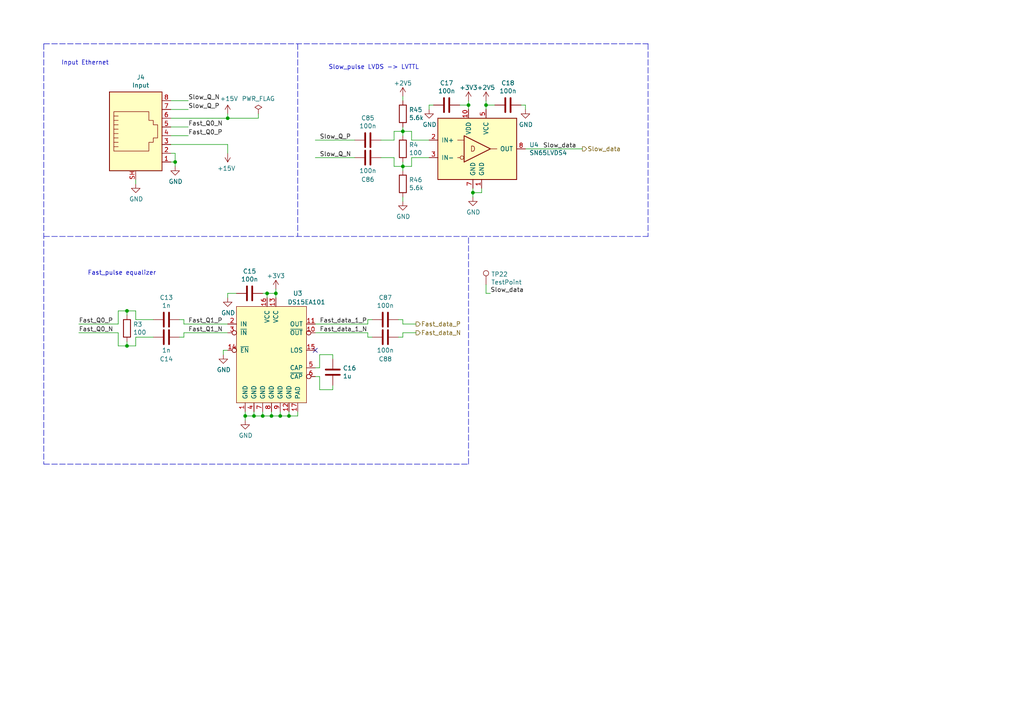
<source format=kicad_sch>
(kicad_sch (version 20250114) (generator "eeschema") (generator_version "9.0")
  (paper "A4")
  (title_block (title "TDS Receiver - Twisted Pair Interface") (date "2025-02-17") (company "(c) 2025 ETH Zurich, Y. Acremann") (comment 1 "License: GNU public license v. 3.0"))
  (lib_symbols
    (symbol "Connector:RJ45_Shielded" (pin_names (offset 1.016))
      (property "Reference" "J" (at -5.08 13.97 0))
      (property "Value" "Connector_RJ45_Shielded" (at 2.54 13.97 0))
      (symbol "RJ45_Shielded_0_1"
        (polyline (pts (xy -6.35 1.905) (xy -5.08 1.905) (xy -5.08 1.905)))
        (polyline (pts (xy -6.35 0.635) (xy -5.08 0.635) (xy -5.08 0.635)))
        (polyline (pts (xy -6.35 -0.635) (xy -5.08 -0.635) (xy -5.08 -0.635)))
        (polyline (pts (xy -6.35 -1.905) (xy -5.08 -1.905) (xy -5.08 -1.905)))
        (polyline (pts (xy -6.35 -3.175) (xy -5.08 -3.175) (xy -5.08 -3.175)))
        (polyline (pts (xy -6.35 -4.445) (xy -6.35 6.985) (xy 3.81 6.985) (xy 3.81 4.445) (xy 5.08 4.445) (xy 5.08 3.175) (xy 6.35 3.175) (xy 6.35 -0.635) (xy 5.08 -0.635) (xy 5.08 -1.905) (xy 3.81 -1.905) (xy 3.81 -4.445) (xy -6.35 -4.445) (xy -6.35 -4.445)))
        (polyline (pts (xy -5.08 5.715) (xy -6.35 5.715)))
        (polyline (pts (xy -5.08 4.445) (xy -6.35 4.445)))
        (polyline (pts (xy -5.08 3.175) (xy -6.35 3.175) (xy -6.35 3.175)))
        (rectangle (start 7.62 12.7) (end -7.62 -10.16) (stroke (width 0.254)) (fill (type background)))
      )
      (symbol "RJ45_Shielded_1_1"
        (pin passive line (at 0 -12.7 90) (length 2.54) (name "~") (number "SH"))
        (pin passive line (at 10.16 10.16 180) (length 2.54) (name "~") (number "8"))
        (pin passive line (at 10.16 7.62 180) (length 2.54) (name "~") (number "7"))
        (pin passive line (at 10.16 5.08 180) (length 2.54) (name "~") (number "6"))
        (pin passive line (at 10.16 2.54 180) (length 2.54) (name "~") (number "5"))
        (pin passive line (at 10.16 0 180) (length 2.54) (name "~") (number "4"))
        (pin passive line (at 10.16 -2.54 180) (length 2.54) (name "~") (number "3"))
        (pin passive line (at 10.16 -5.08 180) (length 2.54) (name "~") (number "2"))
        (pin passive line (at 10.16 -7.62 180) (length 2.54) (name "~") (number "1"))
      )
    )
    (symbol "Connector:TestPoint" (pin_numbers (hide yes)) (pin_names (offset 0.762) (hide yes))
      (property "Reference" "TP" (at 0 6.858 0))
      (property "Value" "Connector_TestPoint" (at 0 5.08 0))
      (symbol "TestPoint_0_1"
        (circle (center 0 3.302) (radius 0.762))
      )
      (symbol "TestPoint_1_1"
        (pin passive line (at 0 0 90) (length 2.54) (name "1") (number "1"))
      )
    )
    (symbol "DS15xx101:DS15EA101" (pin_names (offset 1.016))
      (property "Reference" "U" (at 8.89 17.78 0))
      (property "Value" "DS15EA101" (at 11.43 15.24 0))
      (symbol "DS15EA101_0_1"
        (rectangle (start -10.16 13.97) (end 10.16 -13.97) (fill (type background)))
      )
      (symbol "DS15EA101_1_1"
        (pin input line (at -12.7 8.89 0) (length 2.54) (name "IN") (number "2"))
        (pin input inverted (at -12.7 6.35 0) (length 2.54) (name "~{IN}") (number "3"))
        (pin input inverted (at -12.7 1.27 0) (length 2.54) (name "~{EN}") (number "14"))
        (pin power_in line (at -7.62 -16.51 90) (length 2.54) (name "GND") (number "1"))
        (pin power_in line (at -5.08 -16.51 90) (length 2.54) (name "GND") (number "4"))
        (pin power_in line (at -2.54 -16.51 90) (length 2.54) (name "GND") (number "7"))
        (pin power_in line (at -1.27 16.51 270) (length 2.54) (name "VCC") (number "16"))
        (pin power_in line (at 0 -16.51 90) (length 2.54) (name "GND") (number "8"))
        (pin power_in line (at 1.27 16.51 270) (length 2.54) (name "VCC") (number "13"))
        (pin power_in line (at 2.54 -16.51 90) (length 2.54) (name "GND") (number "9"))
        (pin power_in line (at 5.08 -16.51 90) (length 2.54) (name "GND") (number "12"))
        (pin power_in line (at 7.62 -16.51 90) (length 2.54) (name "PAD") (number "17"))
        (pin input line (at 12.7 8.89 180) (length 2.54) (name "OUT") (number "11"))
        (pin input inverted (at 12.7 6.35 180) (length 2.54) (name "~{OUT}") (number "10"))
        (pin output line (at 12.7 1.27 180) (length 2.54) (name "LOS") (number "15"))
        (pin passive line (at 12.7 -3.81 180) (length 2.54) (name "CAP") (number "5"))
        (pin passive inverted (at 12.7 -6.35 180) (length 2.54) (name "~{CAP}") (number "6"))
      )
    )
    (symbol "Device:C" (pin_numbers (hide yes)) (pin_names (offset 0.254))
      (property "Reference" "C" (at 0.635 2.54 0))
      (property "Value" "Device_C" (at 0.635 -2.54 0))
      (symbol "C_0_1"
        (polyline (pts (xy -2.032 0.762) (xy 2.032 0.762)) (stroke (width 0.508)))
        (polyline (pts (xy -2.032 -0.762) (xy 2.032 -0.762)) (stroke (width 0.508)))
      )
      (symbol "C_1_1"
        (pin passive line (at 0 3.81 270) (length 2.794) (name "~") (number "1"))
        (pin passive line (at 0 -3.81 90) (length 2.794) (name "~") (number "2"))
      )
    )
    (symbol "Device:R" (pin_numbers (hide yes)) (pin_names (offset 0))
      (property "Reference" "R" (at 2.032 0 90))
      (property "Value" "Device_R" (at 0 0 90))
      (symbol "R_0_1"
        (rectangle (start -1.016 -2.54) (end 1.016 2.54) (stroke (width 0.254)))
      )
      (symbol "R_1_1"
        (pin passive line (at 0 3.81 270) (length 1.27) (name "~") (number "1"))
        (pin passive line (at 0 -3.81 90) (length 1.27) (name "~") (number "2"))
      )
    )
    (symbol "SN65LVDS4:SN65LVDS4" (pin_names (offset 1.016))
      (property "Reference" "U" (at 15.24 12.7 0))
      (property "Value" "SN65LVDS4" (at 11.43 10.16 0))
      (symbol "SN65LVDS4_0_1"
        (polyline (pts (xy -5.715 -2.54) (xy -5.08 -2.54)))
        (circle (center -4.445 -2.54) (radius 0.508))
      )
      (symbol "SN65LVDS4_1_1"
        (rectangle (start -11.43 8.89) (end 11.43 -8.89) (stroke (width 0.254)) (fill (type background)))
        (polyline (pts (xy -3.81 2.54) (xy -5.715 2.54)))
        (polyline (pts (xy -3.81 -3.81) (xy -3.81 3.81) (xy 3.81 0) (xy -3.81 -3.81)) (stroke (width 0.254)))
        (polyline (pts (xy 3.81 0) (xy 5.715 0)))
        (text "D" (at -1.27 0 0) (effects (font (size 1.524 1.524))))
        (pin input line (at -13.97 2.54 0) (length 2.54) (name "IN+") (number "2"))
        (pin input line (at -13.97 -2.54 0) (length 2.54) (name "IN-") (number "3"))
        (pin power_in line (at -2.54 11.43 270) (length 2.54) (name "VDD") (number "10"))
        (pin power_in line (at -1.27 -11.43 90) (length 2.54) (name "GND") (number "7"))
        (pin power_in line (at 1.27 -11.43 90) (length 2.54) (name "GND") (number "1"))
        (pin power_in line (at 2.54 11.43 270) (length 2.54) (name "VCC") (number "5"))
        (pin no_connect line (at 5.08 -8.89 90) (length 2.54) (hide yes) (name "NC") (number "4"))
        (pin no_connect line (at 7.62 -8.89 90) (length 2.54) (hide yes) (name "NC") (number "6"))
        (pin no_connect line (at 10.16 -8.89 90) (length 2.54) (hide yes) (name "NC") (number "9"))
        (pin output line (at 13.97 0 180) (length 2.54) (name "OUT") (number "8"))
      )
    )
    (symbol "power:+15V" (power) (pin_names (offset 0))
      (property "Value" "power_+15V" (at 0 3.556 0))
      (symbol "+15V_0_1"
        (polyline (pts (xy -0.762 1.27) (xy 0 2.54)))
        (polyline (pts (xy 0 2.54) (xy 0.762 1.27)))
        (polyline (pts (xy 0 0) (xy 0 2.54)))
      )
      (symbol "+15V_1_1"
        (pin power_in line (at 0 0 90) (length 0) (hide yes) (name "+15V") (number "1"))
      )
    )
    (symbol "power:+2V5" (power) (pin_names (offset 0))
      (property "Value" "power_+2V5" (at 0 3.556 0))
      (symbol "+2V5_0_1"
        (polyline (pts (xy -0.762 1.27) (xy 0 2.54)))
        (polyline (pts (xy 0 2.54) (xy 0.762 1.27)))
        (polyline (pts (xy 0 0) (xy 0 2.54)))
      )
      (symbol "+2V5_1_1"
        (pin power_in line (at 0 0 90) (length 0) (hide yes) (name "+2V5") (number "1"))
      )
    )
    (symbol "power:+3.3V" (power) (pin_names (offset 0))
      (property "Value" "power_+3.3V" (at 0 3.556 0))
      (symbol "+3.3V_0_1"
        (polyline (pts (xy -0.762 1.27) (xy 0 2.54)))
        (polyline (pts (xy 0 2.54) (xy 0.762 1.27)))
        (polyline (pts (xy 0 0) (xy 0 2.54)))
      )
      (symbol "+3.3V_1_1"
        (pin power_in line (at 0 0 90) (length 0) (hide yes) (name "+3V3") (number "1"))
      )
    )
    (symbol "power:GND" (power) (pin_names (offset 0))
      (property "Value" "power_GND" (at 0 -3.81 0))
      (symbol "GND_0_1"
        (polyline (pts (xy 0 0) (xy 0 -1.27) (xy 1.27 -1.27) (xy 0 -2.54) (xy -1.27 -1.27) (xy 0 -1.27)))
      )
      (symbol "GND_1_1"
        (pin power_in line (at 0 0 270) (length 0) (hide yes) (name "GND") (number "1"))
      )
    )
    (symbol "power:PWR_FLAG" (power) (pin_numbers (hide yes)) (pin_names (offset 0) (hide yes))
      (property "Value" "power_PWR_FLAG" (at 0 3.81 0))
      (symbol "PWR_FLAG_0_0"
        (pin power_out line (at 0 0 90) (length 0) (name "pwr") (number "1"))
      )
      (symbol "PWR_FLAG_0_1"
        (polyline (pts (xy 0 0) (xy 0 1.27) (xy -1.016 1.905) (xy 0 2.54) (xy 1.016 1.905) (xy 0 1.27)))
      )
    )
  )
  (text "Input Ethernet\n" (at 17.78 19.05 0) (effects (font (size 1.27 1.27)) (justify left bottom)))
  (text "Fast_pulse equalizer\n" (at 25.4 80.01 0) (effects (font (size 1.27 1.27)) (justify left bottom)))
  (text "Slow_pulse LVDS -> LVTTL" (at 95.25 20.32 0) (effects (font (size 1.27 1.27)) (justify left bottom)))
  (junction (at 77.47 85.09))
  (junction (at 76.2 120.65))
  (junction (at 80.01 85.09))
  (junction (at 140.97 30.48))
  (junction (at 135.89 30.48))
  (junction (at 78.74 120.65))
  (junction (at 36.83 100.33))
  (junction (at 66.04 34.29))
  (junction (at 36.83 90.17))
  (junction (at 83.82 120.65))
  (junction (at 50.8 46.99))
  (junction (at 116.84 48.26))
  (junction (at 137.16 55.88))
  (junction (at 71.12 120.65))
  (junction (at 73.66 120.65))
  (junction (at 81.28 120.65))
  (junction (at 116.84 38.1))
  (no_connect (at 91.44 101.6))
  (wire (pts (xy 116.84 97.79) (xy 116.84 96.52)))
  (wire (pts (xy 119.38 38.1) (xy 119.38 40.64)))
  (polyline (pts (xy 12.7 68.58) (xy 187.96 68.58)) (stroke (width 0) (type dash)))
  (wire (pts (xy 140.97 29.21) (xy 140.97 30.48)))
  (wire (pts (xy 110.49 40.64) (xy 114.3 40.64)))
  (wire (pts (xy 91.44 96.52) (xy 106.68 96.52)))
  (wire (pts (xy 152.4 43.18) (xy 168.91 43.18)))
  (wire (pts (xy 119.38 38.1) (xy 116.84 38.1)))
  (wire (pts (xy 52.07 92.71) (xy 53.34 92.71)))
  (polyline (pts (xy 187.96 12.7) (xy 187.96 68.58)) (stroke (width 0) (type dash)))
  (wire (pts (xy 53.34 96.52) (xy 66.04 96.52)))
  (wire (pts (xy 36.83 90.17) (xy 36.83 91.44)))
  (wire (pts (xy 91.44 93.98) (xy 106.68 93.98)))
  (wire (pts (xy 34.29 93.98) (xy 34.29 90.17)))
  (wire (pts (xy 53.34 92.71) (xy 53.34 93.98)))
  (wire (pts (xy 119.38 48.26) (xy 116.84 48.26)))
  (wire (pts (xy 140.97 82.55) (xy 140.97 85.09)))
  (wire (pts (xy 116.84 48.26) (xy 114.3 48.26)))
  (wire (pts (xy 114.3 48.26) (xy 114.3 45.72)))
  (polyline (pts (xy 86.36 12.7) (xy 86.36 68.58)) (stroke (width 0) (type dash)))
  (wire (pts (xy 74.93 33.02) (xy 74.93 34.29)))
  (wire (pts (xy 139.7 55.88) (xy 137.16 55.88)))
  (wire (pts (xy 80.01 83.82) (xy 80.01 85.09)))
  (wire (pts (xy 135.89 29.21) (xy 135.89 30.48)))
  (wire (pts (xy 91.44 45.72) (xy 102.87 45.72)))
  (wire (pts (xy 49.53 41.91) (xy 66.04 41.91)))
  (wire (pts (xy 39.37 90.17) (xy 39.37 92.71)))
  (wire (pts (xy 36.83 100.33) (xy 36.83 99.06)))
  (wire (pts (xy 140.97 30.48) (xy 143.51 30.48)))
  (wire (pts (xy 106.68 96.52) (xy 106.68 97.79)))
  (wire (pts (xy 140.97 30.48) (xy 140.97 31.75)))
  (wire (pts (xy 50.8 44.45) (xy 50.8 46.99)))
  (wire (pts (xy 96.52 111.76) (xy 96.52 113.03)))
  (wire (pts (xy 116.84 36.83) (xy 116.84 38.1)))
  (wire (pts (xy 77.47 85.09) (xy 80.01 85.09)))
  (wire (pts (xy 64.77 101.6) (xy 64.77 102.87)))
  (wire (pts (xy 116.84 96.52) (xy 120.65 96.52)))
  (wire (pts (xy 78.74 119.38) (xy 78.74 120.65)))
  (wire (pts (xy 81.28 120.65) (xy 81.28 119.38)))
  (wire (pts (xy 151.13 30.48) (xy 152.4 30.48)))
  (wire (pts (xy 49.53 36.83) (xy 54.61 36.83)))
  (wire (pts (xy 80.01 85.09) (xy 80.01 86.36)))
  (wire (pts (xy 116.84 27.94) (xy 116.84 29.21)))
  (wire (pts (xy 106.68 92.71) (xy 106.68 93.98)))
  (wire (pts (xy 91.44 109.22) (xy 92.71 109.22)))
  (wire (pts (xy 137.16 55.88) (xy 137.16 54.61)))
  (polyline (pts (xy 12.7 134.62) (xy 135.89 134.62)) (stroke (width 0) (type dash)))
  (wire (pts (xy 71.12 119.38) (xy 71.12 120.65)))
  (wire (pts (xy 116.84 38.1) (xy 114.3 38.1)))
  (wire (pts (xy 39.37 97.79) (xy 39.37 100.33)))
  (wire (pts (xy 115.57 97.79) (xy 116.84 97.79)))
  (wire (pts (xy 76.2 85.09) (xy 77.47 85.09)))
  (wire (pts (xy 49.53 39.37) (xy 54.61 39.37)))
  (wire (pts (xy 116.84 49.53) (xy 116.84 48.26)))
  (wire (pts (xy 133.35 30.48) (xy 135.89 30.48)))
  (wire (pts (xy 66.04 85.09) (xy 66.04 86.36)))
  (wire (pts (xy 96.52 102.87) (xy 96.52 104.14)))
  (wire (pts (xy 39.37 53.34) (xy 39.37 52.07)))
  (wire (pts (xy 66.04 41.91) (xy 66.04 44.45)))
  (wire (pts (xy 140.97 85.09) (xy 142.24 85.09)))
  (wire (pts (xy 71.12 120.65) (xy 73.66 120.65)))
  (wire (pts (xy 86.36 120.65) (xy 86.36 119.38)))
  (wire (pts (xy 92.71 106.68) (xy 91.44 106.68)))
  (wire (pts (xy 76.2 120.65) (xy 76.2 119.38)))
  (wire (pts (xy 139.7 54.61) (xy 139.7 55.88)))
  (wire (pts (xy 49.53 29.21) (xy 54.61 29.21)))
  (wire (pts (xy 137.16 57.15) (xy 137.16 55.88)))
  (wire (pts (xy 66.04 33.02) (xy 66.04 34.29)))
  (wire (pts (xy 116.84 58.42) (xy 116.84 57.15)))
  (wire (pts (xy 92.71 109.22) (xy 92.71 113.03)))
  (wire (pts (xy 78.74 120.65) (xy 81.28 120.65)))
  (wire (pts (xy 36.83 90.17) (xy 39.37 90.17)))
  (wire (pts (xy 116.84 92.71) (xy 116.84 93.98)))
  (wire (pts (xy 83.82 119.38) (xy 83.82 120.65)))
  (wire (pts (xy 66.04 101.6) (xy 64.77 101.6)))
  (wire (pts (xy 66.04 34.29) (xy 49.53 34.29)))
  (wire (pts (xy 53.34 97.79) (xy 53.34 96.52)))
  (wire (pts (xy 71.12 120.65) (xy 71.12 121.92)))
  (wire (pts (xy 36.83 100.33) (xy 34.29 100.33)))
  (polyline (pts (xy 12.7 12.7) (xy 12.7 134.62)) (stroke (width 0) (type dash)))
  (wire (pts (xy 39.37 100.33) (xy 36.83 100.33)))
  (wire (pts (xy 34.29 90.17) (xy 36.83 90.17)))
  (wire (pts (xy 110.49 45.72) (xy 114.3 45.72)))
  (wire (pts (xy 53.34 93.98) (xy 66.04 93.98)))
  (wire (pts (xy 114.3 38.1) (xy 114.3 40.64)))
  (wire (pts (xy 119.38 40.64) (xy 124.46 40.64)))
  (wire (pts (xy 34.29 96.52) (xy 22.86 96.52)))
  (wire (pts (xy 92.71 102.87) (xy 96.52 102.87)))
  (wire (pts (xy 116.84 48.26) (xy 116.84 46.99)))
  (wire (pts (xy 106.68 97.79) (xy 107.95 97.79)))
  (wire (pts (xy 91.44 40.64) (xy 102.87 40.64)))
  (wire (pts (xy 76.2 120.65) (xy 78.74 120.65)))
  (wire (pts (xy 73.66 119.38) (xy 73.66 120.65)))
  (wire (pts (xy 44.45 97.79) (xy 39.37 97.79)))
  (wire (pts (xy 125.73 30.48) (xy 124.46 30.48)))
  (wire (pts (xy 49.53 44.45) (xy 50.8 44.45)))
  (wire (pts (xy 74.93 34.29) (xy 66.04 34.29)))
  (wire (pts (xy 52.07 97.79) (xy 53.34 97.79)))
  (wire (pts (xy 34.29 100.33) (xy 34.29 96.52)))
  (wire (pts (xy 49.53 31.75) (xy 54.61 31.75)))
  (wire (pts (xy 116.84 38.1) (xy 116.84 39.37)))
  (wire (pts (xy 83.82 120.65) (xy 86.36 120.65)))
  (wire (pts (xy 92.71 102.87) (xy 92.71 106.68)))
  (wire (pts (xy 152.4 30.48) (xy 152.4 31.75)))
  (wire (pts (xy 124.46 30.48) (xy 124.46 31.75)))
  (wire (pts (xy 81.28 120.65) (xy 83.82 120.65)))
  (wire (pts (xy 39.37 92.71) (xy 44.45 92.71)))
  (polyline (pts (xy 12.7 12.7) (xy 187.96 12.7)) (stroke (width 0) (type dash)))
  (wire (pts (xy 115.57 92.71) (xy 116.84 92.71)))
  (wire (pts (xy 135.89 30.48) (xy 135.89 31.75)))
  (polyline (pts (xy 135.89 134.62) (xy 135.89 68.58)) (stroke (width 0) (type dash)))
  (wire (pts (xy 77.47 85.09) (xy 77.47 86.36)))
  (wire (pts (xy 107.95 92.71) (xy 106.68 92.71)))
  (wire (pts (xy 68.58 85.09) (xy 66.04 85.09)))
  (wire (pts (xy 119.38 45.72) (xy 119.38 48.26)))
  (wire (pts (xy 124.46 45.72) (xy 119.38 45.72)))
  (wire (pts (xy 50.8 46.99) (xy 49.53 46.99)))
  (wire (pts (xy 116.84 93.98) (xy 120.65 93.98)))
  (wire (pts (xy 92.71 113.03) (xy 96.52 113.03)))
  (wire (pts (xy 73.66 120.65) (xy 76.2 120.65)))
  (wire (pts (xy 50.8 46.99) (xy 50.8 48.26)))
  (wire (pts (xy 22.86 93.98) (xy 34.29 93.98)))
  (label "Fast_Q0_N" (at 22.86 96.52 0))
  (label "Fast_data_1_N" (at 92.71 96.52 0))
  (label "Slow_Q_N" (at 54.61 29.21 0))
  (label "Fast_Q1_P" (at 54.61 93.98 0))
  (label "Fast_Q0_P" (at 22.86 93.98 0))
  (label "Slow_Q_N" (at 92.71 45.72 0))
  (label "Fast_data_1_P" (at 92.71 93.98 0))
  (label "Slow_data" (at 157.48 43.18 0))
  (label "Fast_Q0_P" (at 54.61 39.37 0))
  (label "Slow_Q_P" (at 54.61 31.75 0))
  (label "Slow_Q_P" (at 92.71 40.64 0))
  (label "Fast_Q1_N" (at 54.61 96.52 0))
  (label "Fast_Q0_N" (at 54.61 36.83 0))
  (label "Slow_data" (at 142.24 85.09 0))
  (hierarchical_label "Slow_data" (shape output) (at 168.91 43.18 0))
  (hierarchical_label "Fast_data_N" (shape output) (at 120.65 96.52 0))
  (hierarchical_label "Fast_data_P" (shape output) (at 120.65 93.98 0))
  (symbol (lib_id "Connector:RJ45_Shielded") (at 39.37 39.37 0) (unit 1)
    (property "Reference" "J4" (at 40.8178 22.4282 0))
    (property "Value" "Input" (at 40.8178 24.7396 0))
    (property "Footprint" "Connector_RJ:RJ45_Amphenol_RJHSE5380" (effects (hide yes)))
  )
  (symbol (lib_id "power:GND") (at 39.37 53.34 0) (unit 1)
    (property "Reference" "#PWR0120" (effects (hide yes)))
    (property "Value" "GND" (at 39.497 57.7342 0))
  )
  (symbol (lib_id "power:PWR_FLAG") (at 74.93 33.02 0) (unit 1)
    (property "Reference" "#FLG0104" (effects (hide yes)))
    (property "Value" "PWR_FLAG" (at 74.93 28.6258 0))
  )
  (symbol (lib_id "power:GND") (at 64.77 102.87 0) (unit 1)
    (property "Reference" "#PWR0134" (effects (hide yes)))
    (property "Value" "GND" (at 64.897 107.2642 0))
  )
  (symbol (lib_id "Device:C") (at 106.68 40.64 270) (unit 1)
    (property "Reference" "C85" (at 106.68 34.2392 90))
    (property "Value" "100n" (at 106.68 36.5506 90))
    (property "Footprint" "Capacitor_SMD:C_0402_1005Metric" (effects (hide yes)))
  )
  (symbol (lib_id "Device:C") (at 106.68 45.72 270) (unit 1)
    (property "Reference" "C86" (at 106.68 52.07 90))
    (property "Value" "100n" (at 106.68 49.53 90))
    (property "Footprint" "Capacitor_SMD:C_0402_1005Metric" (effects (hide yes)))
  )
  (symbol (lib_id "SN65LVDS4:SN65LVDS4") (at 138.43 43.18 0) (unit 1)
    (property "Reference" "U4" (at 153.5176 42.0116 0) (effects (justify left)))
    (property "Value" "SN65LVDS4" (at 153.5176 44.323 0) (effects (justify left)))
    (property "Footprint" "Package_DFN_QFN:Texas_R-PUQFN-N10" (effects (hide yes)))
    (property "Datasheet" "https://www.ti.com/lit/ds/symlink/sn65lvds4.pdf" (effects (hide yes)))
    (property "Lieferant" "Mouser" (effects (hide yes)))
    (property "Bestellnummer" "595-SN65LVDS4RSE" (effects (hide yes)))
  )
  (symbol (lib_id "DS15xx101:DS15EA101") (at 78.74 102.87 0) (unit 1)
    (property "Reference" "U3" (at 86.36 85.09 0))
    (property "Value" "DS15EA101" (at 88.9 87.63 0))
    (property "Footprint" "Package_DFN_QFN:WQFN-16-1EP_4x4mm_P0.5mm_EP2.6x2.6mm" (effects (hide yes)))
    (property "Datasheet" "https://www.ti.com/lit/ds/symlink/ds15ea101.pdf" (effects (hide yes)))
    (property "Lieferant" "Mouser" (effects (hide yes)))
    (property "Bestellnummer" "926-DS15EA101SQ/NOPB" (effects (hide yes)))
  )
  (symbol (lib_id "power:GND") (at 50.8 48.26 0) (unit 1)
    (property "Reference" "#PWR0121" (effects (hide yes)))
    (property "Value" "GND" (at 50.927 52.6542 0))
  )
  (symbol (lib_id "Device:C") (at 48.26 92.71 270) (unit 1)
    (property "Reference" "C13" (at 48.26 86.3092 90))
    (property "Value" "1n" (at 48.26 88.6206 90))
    (property "Footprint" "Capacitor_SMD:C_0402_1005Metric" (effects (hide yes)))
  )
  (symbol (lib_id "power:+15V") (at 66.04 44.45 180) (unit 1)
    (property "Reference" "#PWR0122" (effects (hide yes)))
    (property "Value" "+15V" (at 65.659 48.8442 0))
  )
  (symbol (lib_id "Device:R") (at 36.83 95.25 0) (unit 1)
    (property "Reference" "R3" (at 38.608 94.0816 0) (effects (justify left)))
    (property "Value" "100" (at 38.608 96.393 0) (effects (justify left)))
    (property "Footprint" "Resistor_SMD:R_0603_1608Metric" (effects (hide yes)))
  )
  (symbol (lib_id "Device:C") (at 48.26 97.79 90) (unit 1)
    (property "Reference" "C14" (at 48.26 104.14 90))
    (property "Value" "1n" (at 48.26 101.6 90))
    (property "Footprint" "Capacitor_SMD:C_0402_1005Metric" (effects (hide yes)))
  )
  (symbol (lib_id "Device:R") (at 116.84 43.18 0) (unit 1)
    (property "Reference" "R4" (at 118.618 42.0116 0) (effects (justify left)))
    (property "Value" "100" (at 118.618 44.323 0) (effects (justify left)))
    (property "Footprint" "Resistor_SMD:R_0603_1608Metric" (effects (hide yes)))
  )
  (symbol (lib_id "power:+3.3V") (at 135.89 29.21 0) (unit 1)
    (property "Reference" "#PWR0123" (effects (hide yes)))
    (property "Value" "+3V3" (at 135.89 25.4 0))
  )
  (symbol (lib_id "Device:C") (at 129.54 30.48 270) (unit 1)
    (property "Reference" "C17" (at 129.54 24.0792 90))
    (property "Value" "100n" (at 129.54 26.3906 90))
    (property "Footprint" "Capacitor_SMD:C_0603_1608Metric" (effects (hide yes)))
  )
  (symbol (lib_id "power:GND") (at 124.46 31.75 0) (unit 1)
    (property "Reference" "#PWR0124" (effects (hide yes)))
    (property "Value" "GND" (at 124.587 36.1442 0))
  )
  (symbol (lib_id "Device:C") (at 147.32 30.48 270) (unit 1)
    (property "Reference" "C18" (at 147.32 24.0792 90))
    (property "Value" "100n" (at 147.32 26.3906 90))
    (property "Footprint" "Capacitor_SMD:C_0603_1608Metric" (effects (hide yes)))
  )
  (symbol (lib_id "power:GND") (at 152.4 31.75 0) (unit 1)
    (property "Reference" "#PWR0125" (effects (hide yes)))
    (property "Value" "GND" (at 152.527 36.1442 0))
  )
  (symbol (lib_id "power:+2V5") (at 140.97 29.21 0) (unit 1)
    (property "Reference" "#PWR0126" (effects (hide yes)))
    (property "Value" "+2V5" (at 140.97 25.4 0))
  )
  (symbol (lib_id "power:GND") (at 137.16 57.15 0) (unit 1)
    (property "Reference" "#PWR0127" (effects (hide yes)))
    (property "Value" "GND" (at 137.287 61.5442 0))
  )
  (symbol (lib_id "power:+15V") (at 66.04 33.02 0) (unit 1)
    (property "Reference" "#PWR0128" (effects (hide yes)))
    (property "Value" "+15V" (at 66.421 28.6258 0))
  )
  (symbol (lib_id "power:+3.3V") (at 80.01 83.82 0) (unit 1)
    (property "Reference" "#PWR0129" (effects (hide yes)))
    (property "Value" "+3V3" (at 80.01 80.01 0))
  )
  (symbol (lib_id "Device:C") (at 72.39 85.09 270) (unit 1)
    (property "Reference" "C15" (at 72.39 78.6892 90))
    (property "Value" "100n" (at 72.39 81.0006 90))
    (property "Footprint" "Capacitor_SMD:C_0603_1608Metric" (effects (hide yes)))
  )
  (symbol (lib_id "power:GND") (at 66.04 86.36 0) (unit 1)
    (property "Reference" "#PWR0131" (effects (hide yes)))
    (property "Value" "GND" (at 66.167 90.7542 0))
  )
  (symbol (lib_id "Device:C") (at 96.52 107.95 0) (unit 1)
    (property "Reference" "C16" (at 99.441 106.7816 0) (effects (justify left)))
    (property "Value" "1u" (at 99.441 109.093 0) (effects (justify left)))
    (property "Footprint" "Capacitor_SMD:C_0603_1608Metric" (effects (hide yes)))
  )
  (symbol (lib_id "power:GND") (at 71.12 121.92 0) (unit 1)
    (property "Reference" "#PWR0132" (effects (hide yes)))
    (property "Value" "GND" (at 71.247 126.3142 0))
  )
  (symbol (lib_id "Connector:TestPoint") (at 140.97 82.55 0) (unit 1)
    (property "Reference" "TP22" (at 142.4432 79.5528 0) (effects (justify left)))
    (property "Value" "TestPoint" (at 142.4432 81.8642 0) (effects (justify left)))
    (property "Footprint" "TestPoint:TestPoint_THTPad_D1.5mm_Drill0.7mm" (effects (hide yes)))
  )
  (symbol (lib_id "Device:C") (at 111.76 92.71 270) (unit 1)
    (property "Reference" "C87" (at 111.76 86.3092 90))
    (property "Value" "100n" (at 111.76 88.6206 90))
    (property "Footprint" "Capacitor_SMD:C_0402_1005Metric" (effects (hide yes)))
  )
  (symbol (lib_id "Device:C") (at 111.76 97.79 270) (unit 1)
    (property "Reference" "C88" (at 111.76 104.14 90))
    (property "Value" "100n" (at 111.76 101.6 90))
    (property "Footprint" "Capacitor_SMD:C_0402_1005Metric" (effects (hide yes)))
  )
  (symbol (lib_id "Device:R") (at 116.84 33.02 0) (unit 1)
    (property "Reference" "R45" (at 118.618 31.8516 0) (effects (justify left)))
    (property "Value" "5.6k" (at 118.618 34.163 0) (effects (justify left)))
    (property "Footprint" "Resistor_SMD:R_0603_1608Metric" (effects (hide yes)))
  )
  (symbol (lib_id "Device:R") (at 116.84 53.34 0) (unit 1)
    (property "Reference" "R46" (at 118.618 52.1716 0) (effects (justify left)))
    (property "Value" "5.6k" (at 118.618 54.483 0) (effects (justify left)))
    (property "Footprint" "Resistor_SMD:R_0603_1608Metric" (effects (hide yes)))
  )
  (symbol (lib_id "power:GND") (at 116.84 58.42 0) (unit 1)
    (property "Reference" "#PWR0274" (effects (hide yes)))
    (property "Value" "GND" (at 116.967 62.8142 0))
  )
  (symbol (lib_id "power:+2V5") (at 116.84 27.94 0) (unit 1)
    (property "Reference" "#PWR0275" (effects (hide yes)))
    (property "Value" "+2V5" (at 116.84 24.13 0))
  )
)
</source>
